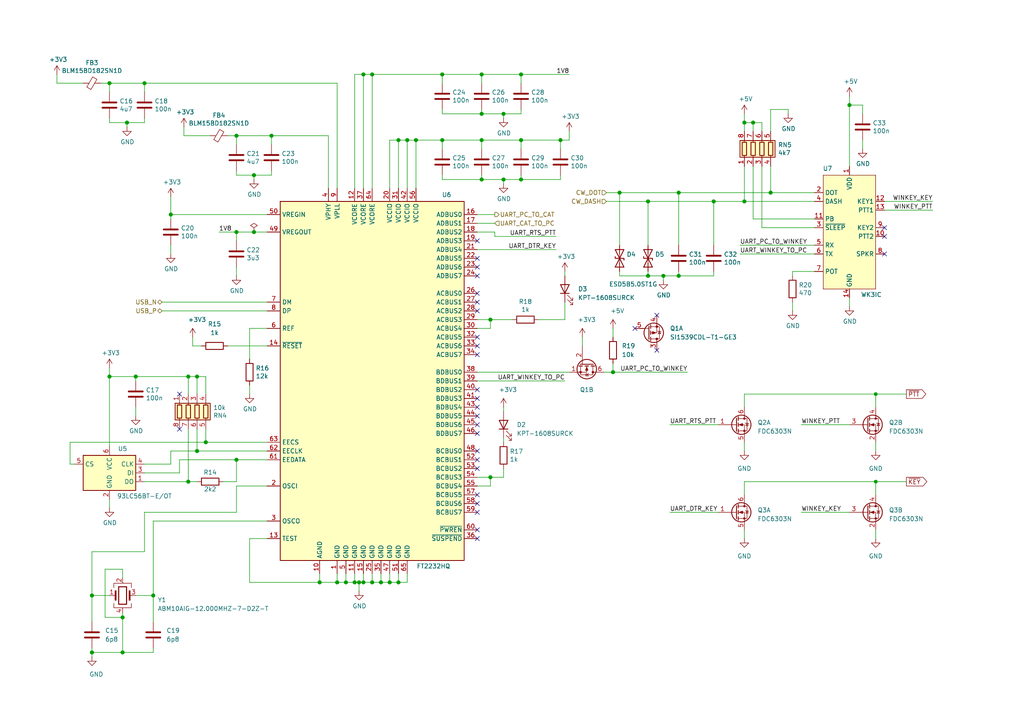
<source format=kicad_sch>
(kicad_sch (version 20210406) (generator eeschema)
  (paper "A4")
  (lib_symbols
    (symbol "Device:C" (pin_numbers hide) (pin_names (offset 0.254))
      (property "Reference" "C" (at 0.635 2.54 0))
      (property "Value" "C" (at 0.635 -2.54 0))
      (symbol "C_1_1"
        (pin passive line (at 0 3.81 270) (length 2.794) (name "~") (number "1"))
        (pin passive line (at 0 -3.81 90) (length 2.794) (name "~") (number "2"))
      )
    )
    (symbol "Device:Crystal_GND24" (pin_names (offset 1.016) hide)
      (property "Reference" "Y" (at 3.175 5.08 0))
      (property "Value" "Crystal_GND24" (at 3.175 3.175 0))
      (symbol "Crystal_GND24_1_1"
        (pin passive line (at -3.81 0 0) (length 1.27) (name "1") (number "1"))
        (pin passive line (at 0 5.08 270) (length 1.27) (name "2") (number "2"))
        (pin passive line (at 3.81 0 180) (length 1.27) (name "3") (number "3"))
        (pin passive line (at 0 -5.08 90) (length 1.27) (name "4") (number "4"))
      )
    )
    (symbol "Device:D_TVS" (pin_numbers hide) (pin_names (offset 1.016) hide)
      (property "Reference" "D" (at 0 2.54 0))
      (property "Value" "D_TVS" (at 0 -2.54 0))
      (symbol "D_TVS_1_1"
        (pin passive line (at -3.81 0 0) (length 2.54) (name "A1") (number "1"))
        (pin passive line (at 3.81 0 180) (length 2.54) (name "A2") (number "2"))
      )
    )
    (symbol "Device:Ferrite_Bead_Small" (pin_numbers hide) (pin_names (offset 0))
      (property "Reference" "FB" (at 1.905 1.27 0))
      (property "Value" "Ferrite_Bead_Small" (at 1.905 -1.27 0))
      (symbol "Ferrite_Bead_Small_1_1"
        (pin passive line (at 0 2.54 270) (length 1.27) (name "~") (number "1"))
        (pin passive line (at 0 -2.54 90) (length 1.27) (name "~") (number "2"))
      )
    )
    (symbol "Device:LED" (pin_numbers hide) (pin_names (offset 1.016) hide)
      (property "Reference" "D" (at 0 2.54 0))
      (property "Value" "LED" (at 0 -2.54 0))
      (symbol "LED_1_1"
        (pin passive line (at -3.81 0 0) (length 2.54) (name "K") (number "1"))
        (pin passive line (at 3.81 0 180) (length 2.54) (name "A") (number "2"))
      )
    )
    (symbol "Device:Q_Dual_NMOS_G1S2G2D2S1D1" (pin_names (offset 0) hide)
      (property "Reference" "Q" (at 6.35 1.27 0))
      (property "Value" "Q_Dual_NMOS_G1S2G2D2S1D1" (at 19.05 -1.27 0))
      (symbol "Q_Dual_NMOS_G1S2G2D2S1D1_1_1"
        (pin input line (at -5.08 0 0) (length 2.54) (name "G") (number "1"))
        (pin passive line (at 2.54 -5.08 90) (length 2.54) (name "S") (number "5"))
        (pin passive line (at 2.54 5.08 270) (length 2.54) (name "D") (number "6"))
      )
      (symbol "Q_Dual_NMOS_G1S2G2D2S1D1_2_1"
        (pin passive line (at 2.54 -5.08 90) (length 2.54) (name "S") (number "2"))
        (pin input line (at -5.08 0 0) (length 2.54) (name "G") (number "3"))
        (pin passive line (at 2.54 5.08 270) (length 2.54) (name "D") (number "4"))
      )
    )
    (symbol "Device:R" (pin_numbers hide) (pin_names (offset 0))
      (property "Reference" "R" (at 2.032 0 90))
      (property "Value" "R" (at 0 0 90))
      (symbol "R_1_1"
        (pin passive line (at 0 3.81 270) (length 1.27) (name "~") (number "1"))
        (pin passive line (at 0 -3.81 90) (length 1.27) (name "~") (number "2"))
      )
    )
    (symbol "Device:R_Pack04" (pin_names (offset 0) hide)
      (property "Reference" "RN" (at -7.62 0 90))
      (property "Value" "R_Pack04" (at 5.08 0 90))
      (symbol "R_Pack04_1_1"
        (pin passive line (at -5.08 -5.08 90) (length 2.54) (name "R1.1") (number "1"))
        (pin passive line (at -2.54 -5.08 90) (length 2.54) (name "R2.1") (number "2"))
        (pin passive line (at 0 -5.08 90) (length 2.54) (name "R3.1") (number "3"))
        (pin passive line (at 2.54 -5.08 90) (length 2.54) (name "R4.1") (number "4"))
        (pin passive line (at 2.54 5.08 270) (length 2.54) (name "R4.2") (number "5"))
        (pin passive line (at 0 5.08 270) (length 2.54) (name "R3.2") (number "6"))
        (pin passive line (at -2.54 5.08 270) (length 2.54) (name "R2.2") (number "7"))
        (pin passive line (at -5.08 5.08 270) (length 2.54) (name "R1.2") (number "8"))
      )
    )
    (symbol "FET_WUT:SI1539CDL-T1-GE3" (pin_names (offset 1.016))
      (property "Reference" "Q" (at 2.54 2.54 0))
      (property "Value" "SI1539CDL-T1-GE3" (at 11.43 -2.54 0))
      (symbol "SI1539CDL-T1-GE3_1_1"
        (pin passive line (at 0 -5.08 90) (length 2.54) (name "~") (number "3"))
        (pin passive line (at 0 5.08 270) (length 2.54) (name "~") (number "4"))
        (pin input line (at -6.35 1.27 0) (length 2.54) (name "~") (number "5"))
      )
      (symbol "SI1539CDL-T1-GE3_2_1"
        (pin passive line (at 0 -5.08 90) (length 2.54) (name "~") (number "1"))
        (pin input line (at -7.62 -1.27 0) (length 5.334) (name "~") (number "2"))
        (pin passive line (at 0 5.08 270) (length 2.54) (name "~") (number "6"))
      )
    )
    (symbol "IC_WUT:WK3IC"
      (property "Reference" "U" (at 3.81 16.51 0))
      (property "Value" "WK3IC" (at 5.08 -19.05 0))
      (symbol "WK3IC_1_1"
        (pin power_in line (at 0 17.78 270) (length 2.54) (name "VDD") (number "1"))
        (pin output line (at 10.16 -2.54 180) (length 2.54) (name "PTT2") (number "10"))
        (pin passive line (at -10.16 2.54 0) (length 2.54) (name "PB") (number "11"))
        (pin output line (at 10.16 7.62 180) (length 2.54) (name "KEY1") (number "12"))
        (pin output line (at 10.16 5.08 180) (length 2.54) (name "PTT1") (number "13"))
        (pin input line (at 0 -20.32 90) (length 2.54) (name "GND") (number "14"))
        (pin input line (at -10.16 10.16 0) (length 2.54) (name "DOT") (number "2"))
        (pin input line (at -10.16 0 0) (length 2.54) (name "~SLEEP") (number "3"))
        (pin input line (at -10.16 7.62 0) (length 2.54) (name "DASH") (number "4"))
        (pin input line (at -10.16 -5.08 0) (length 2.54) (name "RX") (number "5"))
        (pin output line (at -10.16 -7.62 0) (length 2.54) (name "TX") (number "6"))
        (pin passive line (at -10.16 -12.7 0) (length 2.54) (name "POT") (number "7"))
        (pin output line (at 10.16 -7.62 180) (length 2.54) (name "SPKR") (number "8"))
        (pin output line (at 10.16 0 180) (length 2.54) (name "KEY2") (number "9"))
      )
    )
    (symbol "Interface_USB:FT2232HQ"
      (property "Reference" "U" (at -26.67 53.34 0))
      (property "Value" "FT2232HQ" (at 19.05 53.34 0))
      (symbol "FT2232HQ_1_1"
        (pin power_in line (at -10.16 -55.88 90) (length 3.81) (name "GND") (number "1"))
        (pin power_in line (at -15.24 -55.88 90) (length 3.81) (name "AGND") (number "10"))
        (pin power_in line (at -5.08 -55.88 90) (length 3.81) (name "GND") (number "11"))
        (pin power_in line (at -5.08 55.88 270) (length 3.81) (name "VCORE") (number "12"))
        (pin input line (at -30.48 -45.72 0) (length 3.81) (name "TEST") (number "13"))
        (pin input line (at -30.48 10.16 0) (length 3.81) (name "~RESET") (number "14"))
        (pin power_in line (at -2.54 -55.88 90) (length 3.81) (name "GND") (number "15"))
        (pin bidirectional line (at 30.48 48.26 180) (length 3.81) (name "ADBUS0") (number "16"))
        (pin bidirectional line (at 30.48 45.72 180) (length 3.81) (name "ADBUS1") (number "17"))
        (pin bidirectional line (at 30.48 43.18 180) (length 3.81) (name "ADBUS2") (number "18"))
        (pin bidirectional line (at 30.48 40.64 180) (length 3.81) (name "ADBUS3") (number "19"))
        (pin input line (at -30.48 -30.48 0) (length 3.81) (name "OSCI") (number "2"))
        (pin power_in line (at 5.08 55.88 270) (length 3.81) (name "VCCIO") (number "20"))
        (pin bidirectional line (at 30.48 38.1 180) (length 3.81) (name "ADBUS4") (number "21"))
        (pin bidirectional line (at 30.48 35.56 180) (length 3.81) (name "ADBUS5") (number "22"))
        (pin bidirectional line (at 30.48 33.02 180) (length 3.81) (name "ADBUS6") (number "23"))
        (pin bidirectional line (at 30.48 30.48 180) (length 3.81) (name "ADBUS7") (number "24"))
        (pin power_in line (at 0 -55.88 90) (length 3.81) (name "GND") (number "25"))
        (pin bidirectional line (at 30.48 25.4 180) (length 3.81) (name "ACBUS0") (number "26"))
        (pin bidirectional line (at 30.48 22.86 180) (length 3.81) (name "ACBUS1") (number "27"))
        (pin bidirectional line (at 30.48 20.32 180) (length 3.81) (name "ACBUS2") (number "28"))
        (pin bidirectional line (at 30.48 17.78 180) (length 3.81) (name "ACBUS3") (number "29"))
        (pin output line (at -30.48 -40.64 0) (length 3.81) (name "OSCO") (number "3"))
        (pin bidirectional line (at 30.48 15.24 180) (length 3.81) (name "ACBUS4") (number "30"))
        (pin power_in line (at 7.62 55.88 270) (length 3.81) (name "VCCIO") (number "31"))
        (pin bidirectional line (at 30.48 12.7 180) (length 3.81) (name "ACBUS5") (number "32"))
        (pin bidirectional line (at 30.48 10.16 180) (length 3.81) (name "ACBUS6") (number "33"))
        (pin bidirectional line (at 30.48 7.62 180) (length 3.81) (name "ACBUS7") (number "34"))
        (pin power_in line (at 2.54 -55.88 90) (length 3.81) (name "GND") (number "35"))
        (pin output line (at 30.48 -45.72 180) (length 3.81) (name "~SUSPEND") (number "36"))
        (pin power_in line (at -2.54 55.88 270) (length 3.81) (name "VCORE") (number "37"))
        (pin bidirectional line (at 30.48 2.54 180) (length 3.81) (name "BDBUS0") (number "38"))
        (pin bidirectional line (at 30.48 0 180) (length 3.81) (name "BDBUS1") (number "39"))
        (pin power_in line (at -12.7 55.88 270) (length 3.81) (name "VPHY") (number "4"))
        (pin bidirectional line (at 30.48 -2.54 180) (length 3.81) (name "BDBUS2") (number "40"))
        (pin bidirectional line (at 30.48 -5.08 180) (length 3.81) (name "BDBUS3") (number "41"))
        (pin power_in line (at 10.16 55.88 270) (length 3.81) (name "VCCIO") (number "42"))
        (pin bidirectional line (at 30.48 -7.62 180) (length 3.81) (name "BDBUS4") (number "43"))
        (pin bidirectional line (at 30.48 -10.16 180) (length 3.81) (name "BDBUS5") (number "44"))
        (pin bidirectional line (at 30.48 -12.7 180) (length 3.81) (name "BDBUS6") (number "45"))
        (pin bidirectional line (at 30.48 -15.24 180) (length 3.81) (name "BDBUS7") (number "46"))
        (pin power_in line (at 5.08 -55.88 90) (length 3.81) (name "GND") (number "47"))
        (pin bidirectional line (at 30.48 -20.32 180) (length 3.81) (name "BCBUS0") (number "48"))
        (pin power_out line (at -30.48 43.18 0) (length 3.81) (name "VREGOUT") (number "49"))
        (pin power_in line (at -7.62 -55.88 90) (length 3.81) (name "GND") (number "5"))
        (pin power_in line (at -30.48 48.26 0) (length 3.81) (name "VREGIN") (number "50"))
        (pin power_in line (at 7.62 -55.88 90) (length 3.81) (name "GND") (number "51"))
        (pin bidirectional line (at 30.48 -22.86 180) (length 3.81) (name "BCBUS1") (number "52"))
        (pin bidirectional line (at 30.48 -25.4 180) (length 3.81) (name "BCBUS2") (number "53"))
        (pin bidirectional line (at 30.48 -27.94 180) (length 3.81) (name "BCBUS3") (number "54"))
        (pin bidirectional line (at 30.48 -30.48 180) (length 3.81) (name "BCBUS4") (number "55"))
        (pin power_in line (at 12.7 55.88 270) (length 3.81) (name "VCCIO") (number "56"))
        (pin bidirectional line (at 30.48 -33.02 180) (length 3.81) (name "BCBUS5") (number "57"))
        (pin bidirectional line (at 30.48 -35.56 180) (length 3.81) (name "BCBUS6") (number "58"))
        (pin bidirectional line (at 30.48 -38.1 180) (length 3.81) (name "BCBUS7") (number "59"))
        (pin output line (at -30.48 15.24 0) (length 3.81) (name "REF") (number "6"))
        (pin output line (at 30.48 -43.18 180) (length 3.81) (name "~PWREN") (number "60"))
        (pin bidirectional line (at -30.48 -22.86 0) (length 3.81) (name "EEDATA") (number "61"))
        (pin output line (at -30.48 -20.32 0) (length 3.81) (name "EECLK") (number "62"))
        (pin output line (at -30.48 -17.78 0) (length 3.81) (name "EECS") (number "63"))
        (pin power_in line (at 0 55.88 270) (length 3.81) (name "VCORE") (number "64"))
        (pin power_in line (at 10.16 -55.88 90) (length 3.81) (name "GND") (number "65"))
        (pin bidirectional line (at -30.48 22.86 0) (length 3.81) (name "DM") (number "7"))
        (pin bidirectional line (at -30.48 20.32 0) (length 3.81) (name "DP") (number "8"))
        (pin input line (at -10.16 55.88 270) (length 3.81) (name "VPLL") (number "9"))
      )
    )
    (symbol "Memory_EEPROM:93LCxxBxxOT"
      (property "Reference" "U" (at -6.35 6.35 0))
      (property "Value" "93LCxxBxxOT" (at 7.62 -6.35 0))
      (symbol "93LCxxBxxOT_1_1"
        (pin tri_state line (at 10.16 -2.54 180) (length 2.54) (name "DO") (number "1"))
        (pin power_in line (at 0 -7.62 90) (length 2.54) (name "GND") (number "2"))
        (pin input line (at 10.16 0 180) (length 2.54) (name "DI") (number "3"))
        (pin input line (at 10.16 2.54 180) (length 2.54) (name "CLK") (number "4"))
        (pin input line (at -10.16 2.54 0) (length 2.54) (name "CS") (number "5"))
        (pin power_in line (at 0 7.62 270) (length 2.54) (name "VCC") (number "6"))
      )
    )
    (symbol "power:+3.3V" (power) (pin_names (offset 0))
      (property "Value" "+3.3V" (at 0 3.556 0))
      (symbol "+3.3V_1_1"
        (pin power_in line (at 0 0 90) (length 0) hide (name "+3V3") (number "1"))
      )
    )
    (symbol "power:+5V" (power) (pin_names (offset 0))
      (property "Value" "+5V" (at 0 3.556 0))
      (symbol "+5V_1_1"
        (pin power_in line (at 0 0 90) (length 0) hide (name "+5V") (number "1"))
      )
    )
    (symbol "power:GND" (power) (pin_names (offset 0))
      (property "Value" "GND" (at 0 -3.81 0))
      (symbol "GND_1_1"
        (pin power_in line (at 0 0 270) (length 0) hide (name "GND") (number "1"))
      )
    )
    (symbol "power:PWR_FLAG" (power) (pin_numbers hide) (pin_names (offset 0) hide)
      (property "Value" "PWR_FLAG" (at 0 3.81 0))
      (symbol "PWR_FLAG_0_0"
        (pin power_out line (at 0 0 90) (length 0) (name "pwr") (number "1"))
      )
    )
  )
  (junction (at 26.67 172.72) (diameter 1.016))
  (junction (at 26.67 189.23) (diameter 1.016))
  (junction (at 31.75 24.13) (diameter 1.016))
  (junction (at 31.75 109.22) (diameter 1.016))
  (junction (at 35.56 179.07) (diameter 1.016))
  (junction (at 35.56 189.23) (diameter 1.016))
  (junction (at 36.83 35.56) (diameter 1.016))
  (junction (at 39.37 109.22) (diameter 1.016))
  (junction (at 41.91 24.13) (diameter 1.016))
  (junction (at 44.45 172.72) (diameter 1.016))
  (junction (at 49.53 62.23) (diameter 1.016))
  (junction (at 54.61 109.22) (diameter 1.016))
  (junction (at 54.61 139.7) (diameter 1.016))
  (junction (at 57.15 109.22) (diameter 1.016))
  (junction (at 57.15 130.81) (diameter 1.016))
  (junction (at 59.69 128.27) (diameter 1.016))
  (junction (at 68.58 39.37) (diameter 1.016))
  (junction (at 68.58 67.31) (diameter 1.016))
  (junction (at 68.58 133.35) (diameter 1.016))
  (junction (at 73.66 50.8) (diameter 1.016))
  (junction (at 73.66 67.31) (diameter 1.016))
  (junction (at 78.74 39.37) (diameter 1.016))
  (junction (at 92.71 168.91) (diameter 1.016))
  (junction (at 97.79 168.91) (diameter 1.016))
  (junction (at 100.33 168.91) (diameter 1.016))
  (junction (at 102.87 168.91) (diameter 1.016))
  (junction (at 104.14 168.91) (diameter 1.016))
  (junction (at 105.41 21.59) (diameter 1.016))
  (junction (at 105.41 168.91) (diameter 1.016))
  (junction (at 107.95 21.59) (diameter 1.016))
  (junction (at 107.95 168.91) (diameter 1.016))
  (junction (at 110.49 168.91) (diameter 1.016))
  (junction (at 113.03 168.91) (diameter 1.016))
  (junction (at 115.57 40.64) (diameter 1.016))
  (junction (at 115.57 168.91) (diameter 1.016))
  (junction (at 118.11 40.64) (diameter 1.016))
  (junction (at 120.65 40.64) (diameter 1.016))
  (junction (at 128.27 21.59) (diameter 1.016))
  (junction (at 128.27 40.64) (diameter 1.016))
  (junction (at 139.7 21.59) (diameter 1.016))
  (junction (at 139.7 33.02) (diameter 1.016))
  (junction (at 139.7 40.64) (diameter 1.016))
  (junction (at 139.7 52.07) (diameter 1.016))
  (junction (at 142.24 92.71) (diameter 1.016))
  (junction (at 142.24 138.43) (diameter 1.016))
  (junction (at 146.05 33.02) (diameter 1.016))
  (junction (at 146.05 52.07) (diameter 1.016))
  (junction (at 151.13 21.59) (diameter 1.016))
  (junction (at 151.13 40.64) (diameter 1.016))
  (junction (at 151.13 52.07) (diameter 1.016))
  (junction (at 162.56 40.64) (diameter 1.016))
  (junction (at 177.8 107.95) (diameter 1.016))
  (junction (at 179.705 55.88) (diameter 1.016))
  (junction (at 187.96 58.42) (diameter 1.016))
  (junction (at 187.96 80.01) (diameter 1.016))
  (junction (at 192.405 80.01) (diameter 1.016))
  (junction (at 196.85 55.88) (diameter 1.016))
  (junction (at 196.85 80.01) (diameter 1.016))
  (junction (at 207.01 58.42) (diameter 1.016))
  (junction (at 215.9 35.56) (diameter 1.016))
  (junction (at 215.9 58.42) (diameter 1.016))
  (junction (at 218.44 35.56) (diameter 1.016))
  (junction (at 223.52 55.88) (diameter 1.016))
  (junction (at 246.38 30.48) (diameter 1.016))
  (junction (at 254 114.3) (diameter 0.9144))
  (junction (at 254 139.7) (diameter 0.9144))
  (no_connect (at 52.07 114.3))
  (no_connect (at 52.07 124.46))
  (no_connect (at 138.43 69.85))
  (no_connect (at 138.43 74.93))
  (no_connect (at 138.43 77.47))
  (no_connect (at 138.43 80.01))
  (no_connect (at 138.43 85.09))
  (no_connect (at 138.43 87.63))
  (no_connect (at 138.43 90.17))
  (no_connect (at 138.43 97.79))
  (no_connect (at 138.43 100.33))
  (no_connect (at 138.43 102.87))
  (no_connect (at 138.43 113.03))
  (no_connect (at 138.43 115.57))
  (no_connect (at 138.43 118.11))
  (no_connect (at 138.43 120.65))
  (no_connect (at 138.43 123.19))
  (no_connect (at 138.43 125.73))
  (no_connect (at 138.43 130.81))
  (no_connect (at 138.43 133.35))
  (no_connect (at 138.43 135.89))
  (no_connect (at 138.43 143.51))
  (no_connect (at 138.43 146.05))
  (no_connect (at 138.43 148.59))
  (no_connect (at 138.43 153.67))
  (no_connect (at 138.43 156.21))
  (no_connect (at 184.15 95.25))
  (no_connect (at 190.5 91.44))
  (no_connect (at 190.5 101.6))
  (no_connect (at 256.54 66.04))
  (no_connect (at 256.54 68.58))
  (no_connect (at 256.54 73.66))
  (wire (pts (xy 16.51 24.13) (xy 16.51 21.59)))
  (wire (pts (xy 20.32 128.27) (xy 20.32 134.62)))
  (wire (pts (xy 20.32 128.27) (xy 59.69 128.27)))
  (wire (pts (xy 20.32 134.62) (xy 21.59 134.62)))
  (wire (pts (xy 24.13 24.13) (xy 16.51 24.13)))
  (wire (pts (xy 26.67 160.02) (xy 26.67 172.72)))
  (wire (pts (xy 26.67 172.72) (xy 26.67 180.34)))
  (wire (pts (xy 26.67 187.96) (xy 26.67 189.23)))
  (wire (pts (xy 26.67 189.23) (xy 26.67 190.5)))
  (wire (pts (xy 26.67 189.23) (xy 35.56 189.23)))
  (wire (pts (xy 29.21 24.13) (xy 31.75 24.13)))
  (wire (pts (xy 30.48 165.1) (xy 30.48 179.07)))
  (wire (pts (xy 30.48 179.07) (xy 35.56 179.07)))
  (wire (pts (xy 31.75 24.13) (xy 31.75 26.67)))
  (wire (pts (xy 31.75 24.13) (xy 41.91 24.13)))
  (wire (pts (xy 31.75 34.29) (xy 31.75 35.56)))
  (wire (pts (xy 31.75 35.56) (xy 36.83 35.56)))
  (wire (pts (xy 31.75 106.68) (xy 31.75 109.22)))
  (wire (pts (xy 31.75 109.22) (xy 31.75 129.54)))
  (wire (pts (xy 31.75 109.22) (xy 39.37 109.22)))
  (wire (pts (xy 31.75 144.78) (xy 31.75 147.32)))
  (wire (pts (xy 31.75 172.72) (xy 26.67 172.72)))
  (wire (pts (xy 35.56 165.1) (xy 30.48 165.1)))
  (wire (pts (xy 35.56 167.64) (xy 35.56 165.1)))
  (wire (pts (xy 35.56 179.07) (xy 35.56 177.8)))
  (wire (pts (xy 35.56 179.07) (xy 35.56 189.23)))
  (wire (pts (xy 35.56 189.23) (xy 44.45 189.23)))
  (wire (pts (xy 36.83 35.56) (xy 36.83 36.83)))
  (wire (pts (xy 36.83 35.56) (xy 41.91 35.56)))
  (wire (pts (xy 39.37 109.22) (xy 39.37 110.49)))
  (wire (pts (xy 39.37 109.22) (xy 54.61 109.22)))
  (wire (pts (xy 39.37 118.11) (xy 39.37 120.65)))
  (wire (pts (xy 39.37 172.72) (xy 44.45 172.72)))
  (wire (pts (xy 41.91 24.13) (xy 41.91 26.67)))
  (wire (pts (xy 41.91 24.13) (xy 97.79 24.13)))
  (wire (pts (xy 41.91 35.56) (xy 41.91 34.29)))
  (wire (pts (xy 41.91 139.7) (xy 54.61 139.7)))
  (wire (pts (xy 41.91 148.59) (xy 41.91 160.02)))
  (wire (pts (xy 41.91 160.02) (xy 26.67 160.02)))
  (wire (pts (xy 44.45 151.13) (xy 77.47 151.13)))
  (wire (pts (xy 44.45 172.72) (xy 44.45 151.13)))
  (wire (pts (xy 44.45 172.72) (xy 44.45 180.34)))
  (wire (pts (xy 44.45 189.23) (xy 44.45 187.96)))
  (wire (pts (xy 46.99 87.63) (xy 77.47 87.63)))
  (wire (pts (xy 49.53 62.23) (xy 49.53 57.15)))
  (wire (pts (xy 49.53 62.23) (xy 49.53 63.5)))
  (wire (pts (xy 49.53 71.12) (xy 49.53 73.66)))
  (wire (pts (xy 49.53 130.81) (xy 49.53 134.62)))
  (wire (pts (xy 49.53 134.62) (xy 41.91 134.62)))
  (wire (pts (xy 52.07 133.35) (xy 52.07 137.16)))
  (wire (pts (xy 52.07 133.35) (xy 68.58 133.35)))
  (wire (pts (xy 52.07 137.16) (xy 41.91 137.16)))
  (wire (pts (xy 53.34 39.37) (xy 53.34 36.83)))
  (wire (pts (xy 54.61 109.22) (xy 54.61 114.3)))
  (wire (pts (xy 54.61 109.22) (xy 57.15 109.22)))
  (wire (pts (xy 54.61 124.46) (xy 54.61 139.7)))
  (wire (pts (xy 54.61 139.7) (xy 57.15 139.7)))
  (wire (pts (xy 55.88 100.33) (xy 55.88 97.79)))
  (wire (pts (xy 57.15 109.22) (xy 57.15 114.3)))
  (wire (pts (xy 57.15 109.22) (xy 59.69 109.22)))
  (wire (pts (xy 57.15 124.46) (xy 57.15 130.81)))
  (wire (pts (xy 57.15 130.81) (xy 49.53 130.81)))
  (wire (pts (xy 58.42 100.33) (xy 55.88 100.33)))
  (wire (pts (xy 59.69 109.22) (xy 59.69 114.3)))
  (wire (pts (xy 59.69 124.46) (xy 59.69 128.27)))
  (wire (pts (xy 59.69 128.27) (xy 77.47 128.27)))
  (wire (pts (xy 60.96 39.37) (xy 53.34 39.37)))
  (wire (pts (xy 63.5 67.31) (xy 68.58 67.31)))
  (wire (pts (xy 64.77 139.7) (xy 68.58 139.7)))
  (wire (pts (xy 66.04 39.37) (xy 68.58 39.37)))
  (wire (pts (xy 66.04 100.33) (xy 77.47 100.33)))
  (wire (pts (xy 68.58 39.37) (xy 68.58 41.91)))
  (wire (pts (xy 68.58 39.37) (xy 78.74 39.37)))
  (wire (pts (xy 68.58 49.53) (xy 68.58 50.8)))
  (wire (pts (xy 68.58 50.8) (xy 73.66 50.8)))
  (wire (pts (xy 68.58 67.31) (xy 68.58 69.85)))
  (wire (pts (xy 68.58 77.47) (xy 68.58 80.01)))
  (wire (pts (xy 68.58 139.7) (xy 68.58 133.35)))
  (wire (pts (xy 68.58 140.97) (xy 68.58 148.59)))
  (wire (pts (xy 68.58 140.97) (xy 77.47 140.97)))
  (wire (pts (xy 68.58 148.59) (xy 41.91 148.59)))
  (wire (pts (xy 72.39 95.25) (xy 72.39 104.14)))
  (wire (pts (xy 72.39 111.76) (xy 72.39 114.3)))
  (wire (pts (xy 72.39 156.21) (xy 72.39 168.91)))
  (wire (pts (xy 72.39 168.91) (xy 92.71 168.91)))
  (wire (pts (xy 73.66 50.8) (xy 73.66 52.07)))
  (wire (pts (xy 73.66 50.8) (xy 78.74 50.8)))
  (wire (pts (xy 73.66 67.31) (xy 68.58 67.31)))
  (wire (pts (xy 77.47 62.23) (xy 49.53 62.23)))
  (wire (pts (xy 77.47 67.31) (xy 73.66 67.31)))
  (wire (pts (xy 77.47 90.17) (xy 46.99 90.17)))
  (wire (pts (xy 77.47 95.25) (xy 72.39 95.25)))
  (wire (pts (xy 77.47 130.81) (xy 57.15 130.81)))
  (wire (pts (xy 77.47 133.35) (xy 68.58 133.35)))
  (wire (pts (xy 77.47 156.21) (xy 72.39 156.21)))
  (wire (pts (xy 78.74 39.37) (xy 78.74 41.91)))
  (wire (pts (xy 78.74 39.37) (xy 95.25 39.37)))
  (wire (pts (xy 78.74 50.8) (xy 78.74 49.53)))
  (wire (pts (xy 92.71 166.37) (xy 92.71 168.91)))
  (wire (pts (xy 92.71 168.91) (xy 97.79 168.91)))
  (wire (pts (xy 95.25 39.37) (xy 95.25 54.61)))
  (wire (pts (xy 97.79 24.13) (xy 97.79 54.61)))
  (wire (pts (xy 97.79 166.37) (xy 97.79 168.91)))
  (wire (pts (xy 97.79 168.91) (xy 100.33 168.91)))
  (wire (pts (xy 100.33 166.37) (xy 100.33 168.91)))
  (wire (pts (xy 100.33 168.91) (xy 102.87 168.91)))
  (wire (pts (xy 102.87 21.59) (xy 102.87 54.61)))
  (wire (pts (xy 102.87 21.59) (xy 105.41 21.59)))
  (wire (pts (xy 102.87 166.37) (xy 102.87 168.91)))
  (wire (pts (xy 102.87 168.91) (xy 104.14 168.91)))
  (wire (pts (xy 104.14 168.91) (xy 104.14 171.45)))
  (wire (pts (xy 104.14 168.91) (xy 105.41 168.91)))
  (wire (pts (xy 105.41 21.59) (xy 105.41 54.61)))
  (wire (pts (xy 105.41 21.59) (xy 107.95 21.59)))
  (wire (pts (xy 105.41 166.37) (xy 105.41 168.91)))
  (wire (pts (xy 105.41 168.91) (xy 107.95 168.91)))
  (wire (pts (xy 107.95 21.59) (xy 107.95 54.61)))
  (wire (pts (xy 107.95 21.59) (xy 128.27 21.59)))
  (wire (pts (xy 107.95 166.37) (xy 107.95 168.91)))
  (wire (pts (xy 107.95 168.91) (xy 110.49 168.91)))
  (wire (pts (xy 110.49 166.37) (xy 110.49 168.91)))
  (wire (pts (xy 110.49 168.91) (xy 113.03 168.91)))
  (wire (pts (xy 113.03 40.64) (xy 115.57 40.64)))
  (wire (pts (xy 113.03 54.61) (xy 113.03 40.64)))
  (wire (pts (xy 113.03 166.37) (xy 113.03 168.91)))
  (wire (pts (xy 113.03 168.91) (xy 115.57 168.91)))
  (wire (pts (xy 115.57 40.64) (xy 118.11 40.64)))
  (wire (pts (xy 115.57 54.61) (xy 115.57 40.64)))
  (wire (pts (xy 115.57 166.37) (xy 115.57 168.91)))
  (wire (pts (xy 115.57 168.91) (xy 118.11 168.91)))
  (wire (pts (xy 118.11 40.64) (xy 118.11 54.61)))
  (wire (pts (xy 118.11 40.64) (xy 120.65 40.64)))
  (wire (pts (xy 118.11 168.91) (xy 118.11 166.37)))
  (wire (pts (xy 120.65 40.64) (xy 120.65 54.61)))
  (wire (pts (xy 120.65 40.64) (xy 128.27 40.64)))
  (wire (pts (xy 128.27 21.59) (xy 128.27 24.13)))
  (wire (pts (xy 128.27 31.75) (xy 128.27 33.02)))
  (wire (pts (xy 128.27 33.02) (xy 139.7 33.02)))
  (wire (pts (xy 128.27 40.64) (xy 128.27 43.18)))
  (wire (pts (xy 128.27 40.64) (xy 139.7 40.64)))
  (wire (pts (xy 128.27 50.8) (xy 128.27 52.07)))
  (wire (pts (xy 128.27 52.07) (xy 139.7 52.07)))
  (wire (pts (xy 138.43 62.23) (xy 143.51 62.23)))
  (wire (pts (xy 138.43 64.77) (xy 143.51 64.77)))
  (wire (pts (xy 138.43 72.39) (xy 161.29 72.39)))
  (wire (pts (xy 138.43 92.71) (xy 142.24 92.71)))
  (wire (pts (xy 138.43 95.25) (xy 142.24 95.25)))
  (wire (pts (xy 138.43 107.95) (xy 165.1 107.95)))
  (wire (pts (xy 138.43 110.49) (xy 163.83 110.49)))
  (wire (pts (xy 138.43 138.43) (xy 142.24 138.43)))
  (wire (pts (xy 138.43 140.97) (xy 142.24 140.97)))
  (wire (pts (xy 139.7 21.59) (xy 128.27 21.59)))
  (wire (pts (xy 139.7 21.59) (xy 151.13 21.59)))
  (wire (pts (xy 139.7 24.13) (xy 139.7 21.59)))
  (wire (pts (xy 139.7 31.75) (xy 139.7 33.02)))
  (wire (pts (xy 139.7 33.02) (xy 146.05 33.02)))
  (wire (pts (xy 139.7 40.64) (xy 139.7 43.18)))
  (wire (pts (xy 139.7 40.64) (xy 151.13 40.64)))
  (wire (pts (xy 139.7 50.8) (xy 139.7 52.07)))
  (wire (pts (xy 139.7 52.07) (xy 146.05 52.07)))
  (wire (pts (xy 142.24 92.71) (xy 148.59 92.71)))
  (wire (pts (xy 142.24 95.25) (xy 142.24 92.71)))
  (wire (pts (xy 142.24 138.43) (xy 142.24 140.97)))
  (wire (pts (xy 142.24 138.43) (xy 146.05 138.43)))
  (wire (pts (xy 143.51 67.31) (xy 138.43 67.31)))
  (wire (pts (xy 143.51 68.58) (xy 143.51 67.31)))
  (wire (pts (xy 146.05 33.02) (xy 146.05 34.29)))
  (wire (pts (xy 146.05 33.02) (xy 151.13 33.02)))
  (wire (pts (xy 146.05 52.07) (xy 146.05 53.34)))
  (wire (pts (xy 146.05 52.07) (xy 151.13 52.07)))
  (wire (pts (xy 146.05 119.38) (xy 146.05 118.11)))
  (wire (pts (xy 146.05 127) (xy 146.05 128.27)))
  (wire (pts (xy 146.05 135.89) (xy 146.05 138.43)))
  (wire (pts (xy 151.13 21.59) (xy 151.13 24.13)))
  (wire (pts (xy 151.13 21.59) (xy 165.1 21.59)))
  (wire (pts (xy 151.13 31.75) (xy 151.13 33.02)))
  (wire (pts (xy 151.13 40.64) (xy 151.13 43.18)))
  (wire (pts (xy 151.13 40.64) (xy 162.56 40.64)))
  (wire (pts (xy 151.13 50.8) (xy 151.13 52.07)))
  (wire (pts (xy 151.13 52.07) (xy 162.56 52.07)))
  (wire (pts (xy 156.21 92.71) (xy 163.83 92.71)))
  (wire (pts (xy 161.29 68.58) (xy 143.51 68.58)))
  (wire (pts (xy 162.56 40.64) (xy 162.56 43.18)))
  (wire (pts (xy 162.56 40.64) (xy 165.1 40.64)))
  (wire (pts (xy 162.56 52.07) (xy 162.56 50.8)))
  (wire (pts (xy 163.83 78.74) (xy 163.83 80.01)))
  (wire (pts (xy 163.83 87.63) (xy 163.83 92.71)))
  (wire (pts (xy 165.1 40.64) (xy 165.1 38.1)))
  (wire (pts (xy 168.91 97.79) (xy 168.91 100.33)))
  (wire (pts (xy 175.26 107.95) (xy 177.8 107.95)))
  (wire (pts (xy 175.895 55.88) (xy 179.705 55.88)))
  (wire (pts (xy 175.895 58.42) (xy 187.96 58.42)))
  (wire (pts (xy 177.8 95.25) (xy 177.8 97.79)))
  (wire (pts (xy 177.8 107.95) (xy 177.8 105.41)))
  (wire (pts (xy 177.8 107.95) (xy 199.39 107.95)))
  (wire (pts (xy 179.705 55.88) (xy 179.705 71.12)))
  (wire (pts (xy 179.705 55.88) (xy 196.85 55.88)))
  (wire (pts (xy 179.705 80.01) (xy 179.705 78.74)))
  (wire (pts (xy 187.96 58.42) (xy 187.96 71.12)))
  (wire (pts (xy 187.96 58.42) (xy 207.01 58.42)))
  (wire (pts (xy 187.96 78.74) (xy 187.96 80.01)))
  (wire (pts (xy 187.96 80.01) (xy 179.705 80.01)))
  (wire (pts (xy 192.405 80.01) (xy 187.96 80.01)))
  (wire (pts (xy 192.405 80.01) (xy 192.405 81.28)))
  (wire (pts (xy 194.31 123.19) (xy 208.28 123.19)))
  (wire (pts (xy 194.31 148.59) (xy 208.28 148.59)))
  (wire (pts (xy 196.85 55.88) (xy 196.85 71.12)))
  (wire (pts (xy 196.85 55.88) (xy 223.52 55.88)))
  (wire (pts (xy 196.85 78.74) (xy 196.85 80.01)))
  (wire (pts (xy 196.85 80.01) (xy 192.405 80.01)))
  (wire (pts (xy 196.85 80.01) (xy 207.01 80.01)))
  (wire (pts (xy 207.01 58.42) (xy 207.01 71.12)))
  (wire (pts (xy 207.01 58.42) (xy 215.9 58.42)))
  (wire (pts (xy 207.01 80.01) (xy 207.01 78.74)))
  (wire (pts (xy 214.63 71.12) (xy 236.22 71.12)))
  (wire (pts (xy 214.63 73.66) (xy 236.22 73.66)))
  (wire (pts (xy 215.9 33.02) (xy 215.9 35.56)))
  (wire (pts (xy 215.9 35.56) (xy 218.44 35.56)))
  (wire (pts (xy 215.9 38.1) (xy 215.9 35.56)))
  (wire (pts (xy 215.9 48.26) (xy 215.9 58.42)))
  (wire (pts (xy 215.9 58.42) (xy 236.22 58.42)))
  (wire (pts (xy 215.9 114.3) (xy 254 114.3)))
  (wire (pts (xy 215.9 118.11) (xy 215.9 114.3)))
  (wire (pts (xy 215.9 128.27) (xy 215.9 130.81)))
  (wire (pts (xy 215.9 139.7) (xy 254 139.7)))
  (wire (pts (xy 215.9 143.51) (xy 215.9 139.7)))
  (wire (pts (xy 215.9 153.67) (xy 215.9 156.21)))
  (wire (pts (xy 218.44 35.56) (xy 218.44 38.1)))
  (wire (pts (xy 218.44 35.56) (xy 220.98 35.56)))
  (wire (pts (xy 218.44 48.26) (xy 218.44 63.5)))
  (wire (pts (xy 218.44 63.5) (xy 236.22 63.5)))
  (wire (pts (xy 220.98 35.56) (xy 220.98 38.1)))
  (wire (pts (xy 220.98 48.26) (xy 220.98 66.04)))
  (wire (pts (xy 220.98 66.04) (xy 236.22 66.04)))
  (wire (pts (xy 223.52 31.75) (xy 223.52 38.1)))
  (wire (pts (xy 223.52 48.26) (xy 223.52 55.88)))
  (wire (pts (xy 223.52 55.88) (xy 236.22 55.88)))
  (wire (pts (xy 228.6 31.75) (xy 223.52 31.75)))
  (wire (pts (xy 228.6 33.02) (xy 228.6 31.75)))
  (wire (pts (xy 229.87 78.74) (xy 229.87 80.01)))
  (wire (pts (xy 229.87 87.63) (xy 229.87 90.17)))
  (wire (pts (xy 232.41 123.19) (xy 246.38 123.19)))
  (wire (pts (xy 232.41 148.59) (xy 246.38 148.59)))
  (wire (pts (xy 236.22 78.74) (xy 229.87 78.74)))
  (wire (pts (xy 246.38 27.94) (xy 246.38 30.48)))
  (wire (pts (xy 246.38 30.48) (xy 246.38 48.26)))
  (wire (pts (xy 246.38 30.48) (xy 250.19 30.48)))
  (wire (pts (xy 246.38 86.36) (xy 246.38 88.9)))
  (wire (pts (xy 250.19 30.48) (xy 250.19 33.02)))
  (wire (pts (xy 250.19 40.64) (xy 250.19 43.18)))
  (wire (pts (xy 254 114.3) (xy 254 118.11)))
  (wire (pts (xy 254 114.3) (xy 262.89 114.3)))
  (wire (pts (xy 254 128.27) (xy 254 130.81)))
  (wire (pts (xy 254 139.7) (xy 254 143.51)))
  (wire (pts (xy 254 139.7) (xy 262.89 139.7)))
  (wire (pts (xy 254 153.67) (xy 254 156.21)))
  (wire (pts (xy 256.54 58.42) (xy 270.51 58.42)))
  (wire (pts (xy 256.54 60.96) (xy 270.51 60.96)))
  (label "1V8" (at 63.5 67.31 0))
  (label "UART_RTS_PTT" (at 161.29 68.58 180))
  (label "UART_DTR_KEY" (at 161.29 72.39 180))
  (label "UART_WINKEY_TO_PC" (at 163.83 110.49 180))
  (label "1V8" (at 165.1 21.59 180))
  (label "UART_RTS_PTT" (at 194.31 123.19 0))
  (label "UART_DTR_KEY" (at 194.31 148.59 0))
  (label "UART_PC_TO_WINKEY" (at 199.39 107.95 180))
  (label "UART_PC_TO_WINKEY" (at 214.63 71.12 0))
  (label "UART_WINKEY_TO_PC" (at 214.63 73.66 0))
  (label "WINKEY_PTT" (at 232.41 123.19 0))
  (label "WINKEY_KEY" (at 232.41 148.59 0))
  (label "WINKEY_KEY" (at 270.51 58.42 180))
  (label "WINKEY_PTT" (at 270.51 60.96 180))
  (global_label "~PTT" (shape output) (at 262.89 114.3 0) (property "Intersheet References" "${INTERSHEET_REFS}" (effects hide)))
  (global_label "~KEY" (shape output) (at 262.89 139.7 0) (property "Intersheet References" "${INTERSHEET_REFS}" (effects hide)))
  (hierarchical_label "USB_N" (shape bidirectional) (at 46.99 87.63 180))
  (hierarchical_label "USB_P" (shape bidirectional) (at 46.99 90.17 180))
  (hierarchical_label "UART_PC_TO_CAT" (shape output) (at 143.51 62.23 0))
  (hierarchical_label "UART_CAT_TO_PC" (shape input) (at 143.51 64.77 0))
  (hierarchical_label "CW_DOT" (shape input) (at 175.895 55.88 180))
  (hierarchical_label "CW_DASH" (shape input) (at 175.895 58.42 180))
  (symbol (lib_id "power:+3.3V") (at 16.51 21.59 0) (unit 1)
    (property "Reference" "#PWR027" (effects hide))
    (property "Value" "+3.3V" (at 16.8783 17.2656 0))
  )
  (symbol (lib_id "power:+3.3V") (at 31.75 106.68 0) (unit 1)
    (property "Reference" "#PWR029" (effects hide))
    (property "Value" "+3.3V" (at 32.1183 102.3556 0))
  )
  (symbol (lib_id "power:+3.3V") (at 49.53 57.15 0) (unit 1)
    (property "Reference" "#PWR033" (effects hide))
    (property "Value" "+3.3V" (at 49.8983 52.8256 0))
  )
  (symbol (lib_id "power:+3.3V") (at 53.34 36.83 0) (unit 1)
    (property "Reference" "#PWR035" (effects hide))
    (property "Value" "+3.3V" (at 53.7083 32.5056 0))
  )
  (symbol (lib_id "power:+3.3V") (at 55.88 97.79 0) (unit 1)
    (property "Reference" "#PWR036" (effects hide))
    (property "Value" "+3.3V" (at 57.15 92.71 0))
  )
  (symbol (lib_id "power:+3.3V") (at 146.05 118.11 0) (unit 1)
    (property "Reference" "#PWR043" (effects hide))
    (property "Value" "+3.3V" (at 147.32 113.03 0))
  )
  (symbol (lib_id "power:+3.3V") (at 163.83 78.74 0) (unit 1)
    (property "Reference" "#PWR044" (effects hide))
    (property "Value" "+3.3V" (at 164.1983 74.4156 0))
  )
  (symbol (lib_id "power:+3.3V") (at 165.1 38.1 0) (unit 1)
    (property "Reference" "#PWR045" (effects hide))
    (property "Value" "+3.3V" (at 165.4683 33.7756 0))
  )
  (symbol (lib_id "power:+3.3V") (at 168.91 97.79 0) (unit 1)
    (property "Reference" "#PWR046" (effects hide))
    (property "Value" "+3.3V" (at 170.18 92.71 0))
  )
  (symbol (lib_id "power:+5V") (at 177.8 95.25 0) (unit 1)
    (property "Reference" "#PWR047" (effects hide))
    (property "Value" "+5V" (at 179.07 90.17 0))
  )
  (symbol (lib_id "power:+5V") (at 215.9 33.02 0) (unit 1)
    (property "Reference" "#PWR049" (effects hide))
    (property "Value" "+5V" (at 216.2683 28.6956 0))
  )
  (symbol (lib_id "power:+5V") (at 246.38 27.94 0) (unit 1)
    (property "Reference" "#PWR054" (effects hide))
    (property "Value" "+5V" (at 246.7483 23.6156 0))
  )
  (symbol (lib_id "power:PWR_FLAG") (at 73.66 67.31 0) (unit 1)
    (property "Reference" "#FLG01" (effects hide))
    (property "Value" "PWR_FLAG" (effects hide))
  )
  (symbol (lib_id "power:GND") (at 26.67 190.5 0) (unit 1)
    (property "Reference" "#PWR028" (effects hide))
    (property "Value" "GND" (at 27.94 195.58 0))
  )
  (symbol (lib_id "power:GND") (at 31.75 147.32 0) (unit 1)
    (property "Reference" "#PWR030" (effects hide))
    (property "Value" "GND" (at 31.8643 151.6444 0))
  )
  (symbol (lib_id "power:GND") (at 36.83 36.83 0) (unit 1)
    (property "Reference" "#PWR031" (effects hide))
    (property "Value" "GND" (at 36.9443 41.1544 0))
  )
  (symbol (lib_id "power:GND") (at 39.37 120.65 0) (unit 1)
    (property "Reference" "#PWR032" (effects hide))
    (property "Value" "GND" (at 39.4843 124.9744 0))
  )
  (symbol (lib_id "power:GND") (at 49.53 73.66 0) (unit 1)
    (property "Reference" "#PWR034" (effects hide))
    (property "Value" "GND" (at 49.6443 77.9844 0))
  )
  (symbol (lib_id "power:GND") (at 68.58 80.01 0) (unit 1)
    (property "Reference" "#PWR037" (effects hide))
    (property "Value" "GND" (at 68.6943 84.3344 0))
  )
  (symbol (lib_id "power:GND") (at 72.39 114.3 0) (unit 1)
    (property "Reference" "#PWR038" (effects hide))
    (property "Value" "GND" (at 72.5043 118.6244 0))
  )
  (symbol (lib_id "power:GND") (at 73.66 52.07 0) (unit 1)
    (property "Reference" "#PWR039" (effects hide))
    (property "Value" "GND" (at 73.7743 56.3944 0))
  )
  (symbol (lib_id "power:GND") (at 104.14 171.45 0) (unit 1)
    (property "Reference" "#PWR040" (effects hide))
    (property "Value" "GND" (at 104.2543 175.7744 0))
  )
  (symbol (lib_id "power:GND") (at 146.05 34.29 0) (unit 1)
    (property "Reference" "#PWR041" (effects hide))
    (property "Value" "GND" (at 146.1643 38.6144 0))
  )
  (symbol (lib_id "power:GND") (at 146.05 53.34 0) (unit 1)
    (property "Reference" "#PWR042" (effects hide))
    (property "Value" "GND" (at 146.1643 57.6644 0))
  )
  (symbol (lib_id "power:GND") (at 192.405 81.28 0) (unit 1)
    (property "Reference" "#PWR048" (effects hide))
    (property "Value" "GND" (at 192.5193 85.6044 0))
  )
  (symbol (lib_id "power:GND") (at 215.9 130.81 0) (unit 1)
    (property "Reference" "#PWR050" (effects hide))
    (property "Value" "GND" (at 215.9 135.89 0))
  )
  (symbol (lib_id "power:GND") (at 215.9 156.21 0) (unit 1)
    (property "Reference" "#PWR051" (effects hide))
    (property "Value" "GND" (at 215.9 161.29 0))
  )
  (symbol (lib_id "power:GND") (at 228.6 33.02 0) (unit 1)
    (property "Reference" "#PWR052" (effects hide))
    (property "Value" "GND" (at 228.7143 37.3444 0))
  )
  (symbol (lib_id "power:GND") (at 229.87 90.17 0) (unit 1)
    (property "Reference" "#PWR053" (effects hide))
    (property "Value" "GND" (at 229.9843 94.4944 0))
  )
  (symbol (lib_id "power:GND") (at 246.38 88.9 0) (unit 1)
    (property "Reference" "#PWR055" (effects hide))
    (property "Value" "GND" (at 246.4943 93.2244 0))
  )
  (symbol (lib_id "power:GND") (at 250.19 43.18 0) (unit 1)
    (property "Reference" "#PWR056" (effects hide))
    (property "Value" "GND" (at 250.3043 47.5044 0))
  )
  (symbol (lib_id "power:GND") (at 254 130.81 0) (unit 1)
    (property "Reference" "#PWR057" (effects hide))
    (property "Value" "GND" (at 254 135.89 0))
  )
  (symbol (lib_id "power:GND") (at 254 156.21 0) (unit 1)
    (property "Reference" "#PWR058" (effects hide))
    (property "Value" "GND" (at 254 161.29 0))
  )
  (symbol (lib_id "Device:R") (at 60.96 139.7 90) (unit 1)
    (property "Reference" "R14" (at 60.96 137.0138 90))
    (property "Value" "2k2" (at 60.96 141.852 90))
    (property "Footprint" "Resistor_SMD:R_0402_1005Metric" (effects hide))
  )
  (symbol (lib_id "Device:R") (at 62.23 100.33 90) (unit 1)
    (property "Reference" "R15" (at 62.23 93.98 90))
    (property "Value" "1k" (at 62.23 96.52 90))
    (property "Footprint" "Resistor_SMD:R_0402_1005Metric" (effects hide))
  )
  (symbol (lib_id "Device:R") (at 72.39 107.95 180) (unit 1)
    (property "Reference" "R16" (at 74.1681 106.8006 0) (effects (justify right)))
    (property "Value" "12k" (at 74.168 109.099 0) (effects (justify right)))
    (property "Footprint" "Resistor_SMD:R_0402_1005Metric" (effects hide))
  )
  (symbol (lib_id "Device:R") (at 146.05 132.08 0) (unit 1)
    (property "Reference" "R17" (at 147.8281 130.9306 0) (effects (justify left)))
    (property "Value" "1k" (at 147.828 133.229 0) (effects (justify left)))
    (property "Footprint" "Resistor_SMD:R_0402_1005Metric" (effects hide))
  )
  (symbol (lib_id "Device:R") (at 152.4 92.71 90) (unit 1)
    (property "Reference" "R18" (at 152.4 87.4838 90))
    (property "Value" "1k" (at 152.4 89.783 90))
    (property "Footprint" "Resistor_SMD:R_0402_1005Metric" (effects hide))
  )
  (symbol (lib_id "Device:R") (at 177.8 101.6 0) (unit 1)
    (property "Reference" "R19" (at 180.34 100.33 0) (effects (justify left)))
    (property "Value" "10k" (at 180.34 102.87 0) (effects (justify left)))
    (property "Footprint" "Resistor_SMD:R_0402_1005Metric" (effects hide))
  )
  (symbol (lib_id "Device:R") (at 229.87 83.82 0) (unit 1)
    (property "Reference" "R20" (at 231.6481 82.6706 0) (effects (justify left)))
    (property "Value" "470" (at 231.648 84.969 0) (effects (justify left)))
    (property "Footprint" "Resistor_SMD:R_0402_1005Metric" (effects hide))
  )
  (symbol (lib_id "Device:Ferrite_Bead_Small") (at 26.67 24.13 90) (unit 1)
    (property "Reference" "FB3" (at 26.67 18.218 90))
    (property "Value" "BLM15BD182SN1D" (at 26.67 20.517 90))
    (property "Footprint" "Inductor_SMD:L_0402_1005Metric" (effects hide))
  )
  (symbol (lib_id "Device:Ferrite_Bead_Small") (at 63.5 39.37 90) (unit 1)
    (property "Reference" "FB4" (at 63.5 33.458 90))
    (property "Value" "BLM15BD182SN1D" (at 63.5 35.757 90))
    (property "Footprint" "Inductor_SMD:L_0402_1005Metric" (effects hide))
  )
  (symbol (lib_id "Device:D_TVS") (at 179.705 74.93 90) (unit 1)
    (property "Reference" "D4" (at 181.7371 73.7806 90) (effects (justify right)))
    (property "Value" "ESD5B5.0ST1G" (at 176.657 82.429 90) (effects (justify right)))
    (property "Footprint" "Diode_SMD:D_SOD-523" (effects hide))
  )
  (symbol (lib_id "Device:D_TVS") (at 187.96 74.93 90) (unit 1)
    (property "Reference" "D5" (at 189.9921 73.7806 90) (effects (justify right)))
    (property "Value" "ESD5B5.0ST1G" (effects hide))
    (property "Footprint" "Diode_SMD:D_SOD-523" (effects hide))
  )
  (symbol (lib_id "Device:LED") (at 146.05 123.19 90) (unit 1)
    (property "Reference" "D2" (at 149.86 123.19 90) (effects (justify right)))
    (property "Value" "KPT-1608SURCK " (at 149.86 125.73 90) (effects (justify right)))
    (property "Footprint" "LED_SMD:LED_0603_1608Metric" (effects hide))
  )
  (symbol (lib_id "Device:LED") (at 163.83 83.82 90) (unit 1)
    (property "Reference" "D3" (at 167.64 83.82 90) (effects (justify right)))
    (property "Value" "KPT-1608SURCK " (at 167.64 86.36 90) (effects (justify right)))
    (property "Footprint" "LED_SMD:LED_0603_1608Metric" (effects hide))
  )
  (symbol (lib_id "Device:C") (at 26.67 184.15 0) (unit 1)
    (property "Reference" "C15" (at 30.48 182.88 0) (effects (justify left)))
    (property "Value" "6p8" (at 30.48 185.42 0) (effects (justify left)))
    (property "Footprint" "Capacitor_SMD:C_0402_1005Metric" (effects hide))
  )
  (symbol (lib_id "Device:C") (at 31.75 30.48 0) (unit 1)
    (property "Reference" "C16" (at 34.6711 29.3306 0) (effects (justify left)))
    (property "Value" "4u7" (at 34.671 31.629 0) (effects (justify left)))
    (property "Footprint" "Capacitor_SMD:C_0402_1005Metric" (effects hide))
  )
  (symbol (lib_id "Device:C") (at 39.37 114.3 0) (unit 1)
    (property "Reference" "C17" (at 42.2911 113.1506 0) (effects (justify left)))
    (property "Value" "100n" (at 42.291 115.449 0) (effects (justify left)))
    (property "Footprint" "Capacitor_SMD:C_0402_1005Metric" (effects hide))
  )
  (symbol (lib_id "Device:C") (at 41.91 30.48 0) (unit 1)
    (property "Reference" "C18" (at 44.8311 29.3306 0) (effects (justify left)))
    (property "Value" "100n" (at 44.831 31.629 0) (effects (justify left)))
    (property "Footprint" "Capacitor_SMD:C_0402_1005Metric" (effects hide))
  )
  (symbol (lib_id "Device:C") (at 44.45 184.15 0) (unit 1)
    (property "Reference" "C19" (at 48.26 182.88 0) (effects (justify left)))
    (property "Value" "6p8" (at 48.26 185.42 0) (effects (justify left)))
    (property "Footprint" "Capacitor_SMD:C_0402_1005Metric" (effects hide))
  )
  (symbol (lib_id "Device:C") (at 49.53 67.31 0) (unit 1)
    (property "Reference" "C20" (at 52.4511 66.1606 0) (effects (justify left)))
    (property "Value" "100n" (at 52.451 68.459 0) (effects (justify left)))
    (property "Footprint" "Capacitor_SMD:C_0402_1005Metric" (effects hide))
  )
  (symbol (lib_id "Device:C") (at 68.58 45.72 0) (unit 1)
    (property "Reference" "C21" (at 71.5011 44.5706 0) (effects (justify left)))
    (property "Value" "4u7" (at 71.501 46.869 0) (effects (justify left)))
    (property "Footprint" "Capacitor_SMD:C_0402_1005Metric" (effects hide))
  )
  (symbol (lib_id "Device:C") (at 68.58 73.66 0) (unit 1)
    (property "Reference" "C22" (at 71.5011 72.5106 0) (effects (justify left)))
    (property "Value" "3u3" (at 71.501 74.809 0) (effects (justify left)))
    (property "Footprint" "Capacitor_SMD:C_0402_1005Metric" (effects hide))
  )
  (symbol (lib_id "Device:C") (at 78.74 45.72 0) (unit 1)
    (property "Reference" "C23" (at 81.6611 44.5706 0) (effects (justify left)))
    (property "Value" "100n" (at 81.661 46.869 0) (effects (justify left)))
    (property "Footprint" "Capacitor_SMD:C_0402_1005Metric" (effects hide))
  )
  (symbol (lib_id "Device:C") (at 128.27 27.94 0) (unit 1)
    (property "Reference" "C24" (at 131.1911 26.7906 0) (effects (justify left)))
    (property "Value" "100n" (at 131.191 29.089 0) (effects (justify left)))
    (property "Footprint" "Capacitor_SMD:C_0402_1005Metric" (effects hide))
  )
  (symbol (lib_id "Device:C") (at 128.27 46.99 0) (unit 1)
    (property "Reference" "C25" (at 131.1911 45.8406 0) (effects (justify left)))
    (property "Value" "100n" (at 131.191 48.139 0) (effects (justify left)))
    (property "Footprint" "Capacitor_SMD:C_0402_1005Metric" (effects hide))
  )
  (symbol (lib_id "Device:C") (at 139.7 27.94 0) (unit 1)
    (property "Reference" "C26" (at 142.6211 26.7906 0) (effects (justify left)))
    (property "Value" "100n" (at 142.621 29.089 0) (effects (justify left)))
    (property "Footprint" "Capacitor_SMD:C_0402_1005Metric" (effects hide))
  )
  (symbol (lib_id "Device:C") (at 139.7 46.99 0) (unit 1)
    (property "Reference" "C27" (at 142.6211 45.8406 0) (effects (justify left)))
    (property "Value" "100n" (at 142.621 48.139 0) (effects (justify left)))
    (property "Footprint" "Capacitor_SMD:C_0402_1005Metric" (effects hide))
  )
  (symbol (lib_id "Device:C") (at 151.13 27.94 0) (unit 1)
    (property "Reference" "C28" (at 154.0511 26.7906 0) (effects (justify left)))
    (property "Value" "100n" (at 154.051 29.089 0) (effects (justify left)))
    (property "Footprint" "Capacitor_SMD:C_0402_1005Metric" (effects hide))
  )
  (symbol (lib_id "Device:C") (at 151.13 46.99 0) (unit 1)
    (property "Reference" "C29" (at 154.0511 45.8406 0) (effects (justify left)))
    (property "Value" "100n" (at 154.051 48.139 0) (effects (justify left)))
    (property "Footprint" "Capacitor_SMD:C_0402_1005Metric" (effects hide))
  )
  (symbol (lib_id "Device:C") (at 162.56 46.99 0) (unit 1)
    (property "Reference" "C30" (at 165.4811 45.8406 0) (effects (justify left)))
    (property "Value" "100n" (at 165.481 48.139 0) (effects (justify left)))
    (property "Footprint" "Capacitor_SMD:C_0402_1005Metric" (effects hide))
  )
  (symbol (lib_id "Device:C") (at 196.85 74.93 0) (unit 1)
    (property "Reference" "C31" (at 199.7711 73.7806 0) (effects (justify left)))
    (property "Value" "100n" (at 199.771 76.079 0) (effects (justify left)))
    (property "Footprint" "Capacitor_SMD:C_0402_1005Metric" (effects hide))
  )
  (symbol (lib_id "Device:C") (at 207.01 74.93 0) (unit 1)
    (property "Reference" "C32" (at 209.9311 73.7806 0) (effects (justify left)))
    (property "Value" "100n" (at 209.931 76.079 0) (effects (justify left)))
    (property "Footprint" "Capacitor_SMD:C_0402_1005Metric" (effects hide))
  )
  (symbol (lib_id "Device:C") (at 250.19 36.83 0) (unit 1)
    (property "Reference" "C33" (at 253.1111 35.6806 0) (effects (justify left)))
    (property "Value" "100n" (at 253.111 37.979 0) (effects (justify left)))
    (property "Footprint" "Capacitor_SMD:C_0402_1005Metric" (effects hide))
  )
  (symbol (lib_id "Device:Crystal_GND24") (at 35.56 172.72 0) (unit 1)
    (property "Reference" "Y1" (at 45.72 173.99 0) (effects (justify left)))
    (property "Value" "ABM10AIG-12.000MHZ-7-D2Z-T " (at 45.72 176.53 0) (effects (justify left)))
    (property "Footprint" "Crystal:Crystal_SMD_2520-4Pin_2.5x2.0mm" (effects hide))
  )
  (symbol (lib_id "FET_WUT:SI1539CDL-T1-GE3") (at 190.5 96.52 0) (unit 1)
    (property "Reference" "Q1" (at 194.31 95.25 0) (effects (justify left)))
    (property "Value" "SI1539CDL-T1-GE3" (at 194.31 97.79 0) (effects (justify left)))
    (property "Footprint" "Package_TO_SOT_SMD:SOT-363_SC-70-6" (effects hide))
    (property "Datasheet" "http://www.farnell.com/datasheets/2046888.pdf?_ga=2.10385267.757253015.1566033402-1939168838.1503764787&_gac=1.194507103.1566045244.Cj0KCQjwy97qBRDoARIsAITONTJuV5xFoCHf_GI1a48CAr1bhcTG8MWnV8MNsj2BZU5FrIPf5CF8XT8aAi5HEALw_wcB" (effects hide))
  )
  (symbol (lib_id "Device:Q_Dual_NMOS_G1S2G2D2S1D1") (at 213.36 123.19 0) (unit 1)
    (property "Reference" "Q2" (at 219.71 122.5549 0) (effects (justify left)))
    (property "Value" "FDC6303N" (at 219.71 125.0949 0) (effects (justify left)))
    (property "Footprint" "Package_TO_SOT_SMD:SOT-23-6" (effects hide))
  )
  (symbol (lib_id "Device:Q_Dual_NMOS_G1S2G2D2S1D1") (at 213.36 148.59 0) (unit 1)
    (property "Reference" "Q3" (at 219.71 147.9549 0) (effects (justify left)))
    (property "Value" "FDC6303N" (at 219.71 150.4949 0) (effects (justify left)))
    (property "Footprint" "Package_TO_SOT_SMD:SOT-23-6" (effects hide))
  )
  (symbol (lib_id "Device:Q_Dual_NMOS_G1S2G2D2S1D1") (at 251.46 123.19 0) (unit 2)
    (property "Reference" "Q2" (at 257.81 122.5549 0) (effects (justify left)))
    (property "Value" "FDC6303N" (at 257.81 125.0949 0) (effects (justify left)))
    (property "Footprint" "Package_TO_SOT_SMD:SOT-23-6" (effects hide))
  )
  (symbol (lib_id "Device:Q_Dual_NMOS_G1S2G2D2S1D1") (at 251.46 148.59 0) (unit 2)
    (property "Reference" "Q3" (at 257.81 147.9549 0) (effects (justify left)))
    (property "Value" "FDC6303N" (at 257.81 150.4949 0) (effects (justify left)))
    (property "Footprint" "Package_TO_SOT_SMD:SOT-23-6" (effects hide))
  )
  (symbol (lib_id "FET_WUT:SI1539CDL-T1-GE3") (at 170.18 107.95 270) (unit 2)
    (property "Reference" "Q1" (at 170.18 113.03 90))
    (property "Value" "SI1539CDL-T1-GE3" (effects hide))
    (property "Footprint" "Package_TO_SOT_SMD:SOT-363_SC-70-6" (effects hide))
    (property "Datasheet" "http://www.farnell.com/datasheets/2046888.pdf?_ga=2.10385267.757253015.1566033402-1939168838.1503764787&_gac=1.194507103.1566045244.Cj0KCQjwy97qBRDoARIsAITONTJuV5xFoCHf_GI1a48CAr1bhcTG8MWnV8MNsj2BZU5FrIPf5CF8XT8aAi5HEALw_wcB" (effects hide))
  )
  (symbol (lib_id "Device:R_Pack04") (at 57.15 119.38 0) (mirror x) (unit 1)
    (property "Reference" "RN4" (at 61.8237 120.5294 0) (effects (justify left)))
    (property "Value" "10k" (at 61.824 118.231 0) (effects (justify left)))
    (property "Footprint" "Resistor_SMD:R_Cat16-4" (effects hide))
  )
  (symbol (lib_id "Device:R_Pack04") (at 220.98 43.18 0) (unit 1)
    (property "Reference" "RN5" (at 225.6537 42.0306 0) (effects (justify left)))
    (property "Value" "4k7" (at 225.654 44.329 0) (effects (justify left)))
    (property "Footprint" "Resistor_SMD:R_Cat16-4" (effects hide))
  )
  (symbol (lib_id "Memory_EEPROM:93LCxxBxxOT") (at 31.75 137.16 0) (unit 1)
    (property "Reference" "U5" (at 35.56 130.1558 0))
    (property "Value" "93LC56BT-E/OT" (at 41.91 143.885 0))
    (property "Footprint" "Package_TO_SOT_SMD:SOT-23-6" (effects hide))
    (property "Datasheet" "http://ww1.microchip.com/downloads/en/DeviceDoc/20001749K.pdf" (effects hide))
  )
  (symbol (lib_id "IC_WUT:WK3IC") (at 246.38 66.04 0) (unit 1)
    (property "Reference" "U7" (at 240.03 48.8758 0))
    (property "Value" "WK3IC" (at 252.73 85.4645 0))
    (property "Footprint" "Package_SO:SOIC-14_3.9x8.7mm_P1.27mm" (effects hide))
  )
  (symbol (lib_id "Interface_USB:FT2232HQ") (at 107.95 110.49 0) (unit 1)
    (property "Reference" "U6" (at 129.54 56.4958 0))
    (property "Value" "FT2232HQ" (at 125.73 164.2045 0))
    (property "Footprint" "Package_DFN_QFN:QFN-64-1EP_9x9mm_P0.5mm_EP4.35x4.35mm" (effects hide))
    (property "Datasheet" "https://www.ftdichip.com/Support/Documents/DataSheets/ICs/DS_FT2232H.pdf" (effects hide))
  )
)
</source>
